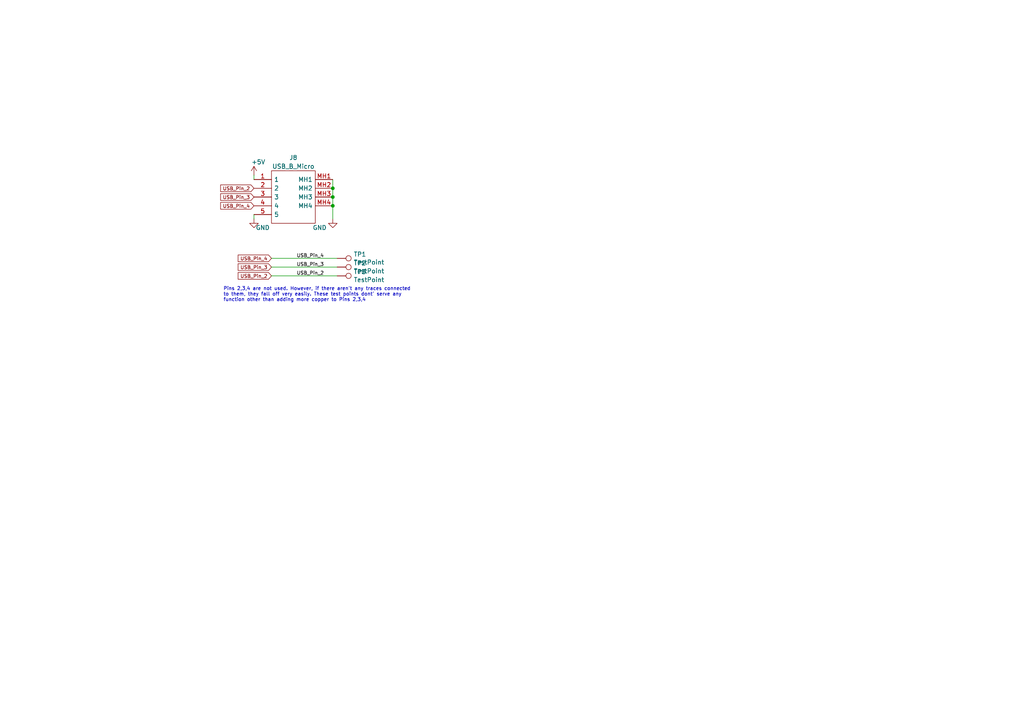
<source format=kicad_sch>
(kicad_sch (version 20230121) (generator eeschema)
  (paper "A4")
  (lib_symbols
    (symbol "Connector:TestPoint" (pin_numbers hide) (pin_names (offset 0.762) hide)
      (property "Reference" "TP" (at 0 6.858 0))
      (property "Value" "TestPoint" (at 0 5.08 0))
      (symbol "TestPoint_0_1"
        (circle (center 0 3.302) (radius 0.762))
      )
      (symbol "TestPoint_1_1"
        (pin passive line (at 0 0 90) (length 2.54) (name "1") (number "1"))
      )
    )
    (symbol "SamacSys_Parts:U254-051N-4BH806" (pin_names (offset 0.762))
      (property "Reference" "J" (at 19.05 7.62 0))
      (property "Value" "U254-051N-4BH806" (at 19.05 5.08 0))
      (symbol "U254-051N-4BH806_0_0"
        (pin passive line (at 0 0 0) (length 5.08) (name "1") (number "1"))
        (pin passive line (at 0 -2.54 0) (length 5.08) (name "2") (number "2"))
        (pin passive line (at 0 -5.08 0) (length 5.08) (name "3") (number "3"))
        (pin passive line (at 0 -7.62 0) (length 5.08) (name "4") (number "4"))
        (pin passive line (at 0 -10.16 0) (length 5.08) (name "5") (number "5"))
        (pin passive line (at 22.86 0 180) (length 5.08) (name "MH1") (number "MH1"))
        (pin passive line (at 22.86 -2.54 180) (length 5.08) (name "MH2") (number "MH2"))
        (pin passive line (at 22.86 -5.08 180) (length 5.08) (name "MH3") (number "MH3"))
        (pin passive line (at 22.86 -7.62 180) (length 5.08) (name "MH4") (number "MH4"))
      )
      (symbol "U254-051N-4BH806_0_1"
        (polyline (pts (xy 5.08 2.54) (xy 17.78 2.54) (xy 17.78 -12.7) (xy 5.08 -12.7) (xy 5.08 2.54)) (stroke (width 0.1524)))
      )
    )
    (symbol "power:+5V" (power) (pin_names (offset 0))
      (property "Value" "+5V" (at 0 3.556 0))
      (symbol "+5V_0_1"
        (polyline (pts (xy -0.762 1.27) (xy 0 2.54)))
        (polyline (pts (xy 0 0) (xy 0 2.54)))
        (polyline (pts (xy 0 2.54) (xy 0.762 1.27)))
      )
      (symbol "+5V_1_1"
        (pin power_in line (at 0 0 90) (length 0) hide (name "+5V") (number "1"))
      )
    )
    (symbol "power:GND" (power) (pin_names (offset 0))
      (property "Value" "GND" (at 0 -3.81 0))
      (symbol "GND_0_1"
        (polyline (pts (xy 0 0) (xy 0 -1.27) (xy 1.27 -1.27) (xy 0 -2.54) (xy -1.27 -1.27) (xy 0 -1.27)))
      )
      (symbol "GND_1_1"
        (pin power_in line (at 0 0 270) (length 0) hide (name "GND") (number "1"))
      )
    )
  )
  (junction (at 96.52 54.61))
  (junction (at 96.52 57.15))
  (junction (at 96.52 59.69))
  (wire (pts (xy 73.66 52.07) (xy 73.66 50.8)))
  (wire (pts (xy 73.66 62.23) (xy 73.66 63.5)))
  (wire (pts (xy 96.52 54.61) (xy 96.52 52.07)))
  (wire (pts (xy 97.79 80.01) (xy 78.74 80.01)))
  (wire (pts (xy 96.52 57.15) (xy 96.52 54.61)))
  (wire (pts (xy 97.79 74.93) (xy 78.74 74.93)))
  (wire (pts (xy 96.52 59.69) (xy 96.52 63.5)))
  (wire (pts (xy 78.74 77.47) (xy 97.79 77.47)))
  (wire (pts (xy 96.52 59.69) (xy 96.52 57.15)))
  (text "Pins 2,3,4 are not used. However, if there aren't any traces connected\nto them, they fall off very easily. These test points dont' serve any \nfunction other than adding more copper to Pins 2,3,4" (at 64.77 87.63 0) (effects (font (size 0.9906 0.9906)) (justify left bottom)))
  (label "USB_Pin_2" (at 93.98 80.01 180) (effects (font (size 0.9906 0.9906))))
  (label "USB_Pin_3" (at 93.98 77.47 180) (effects (font (size 0.9906 0.9906))))
  (label "USB_Pin_4" (at 93.98 74.93 180) (effects (font (size 0.9906 0.9906))))
  (global_label "USB_Pin_3" (shape input) (at 73.66 57.15 180) (effects (font (size 0.9906 0.9906))) (property "Intersheetrefs" "${INTERSHEET_REFS}" (effects hide)))
  (global_label "USB_Pin_3" (shape input) (at 78.74 77.47 180) (effects (font (size 0.9906 0.9906))) (property "Intersheetrefs" "${INTERSHEET_REFS}" (effects hide)))
  (global_label "USB_Pin_4" (shape input) (at 78.74 74.93 180) (effects (font (size 0.9906 0.9906))) (property "Intersheetrefs" "${INTERSHEET_REFS}" (effects hide)))
  (global_label "USB_Pin_4" (shape input) (at 73.66 59.69 180) (effects (font (size 0.9906 0.9906))) (property "Intersheetrefs" "${INTERSHEET_REFS}" (effects hide)))
  (global_label "USB_Pin_2" (shape input) (at 78.74 80.01 180) (effects (font (size 0.9906 0.9906))) (property "Intersheetrefs" "${INTERSHEET_REFS}" (effects hide)))
  (global_label "USB_Pin_2" (shape input) (at 73.66 54.61 180) (effects (font (size 0.9906 0.9906))) (property "Intersheetrefs" "${INTERSHEET_REFS}" (effects hide)))
  (symbol (lib_id "SamacSys_Parts:U254-051N-4BH806") (at 73.66 52.07 0) (unit 1)
    (property "Reference" "J8" (at 85.09 45.72 0))
    (property "Value" "USB_B_Micro" (at 85.09 48.26 0))
    (property "Footprint" "SamacSys_Parts:U254051N4BH806" (effects hide))
    (property "Datasheet" "https://datasheet.lcsc.com/szlcsc/2002271812_XKB-Connectivity-U254-051N-4BH806_C319170.pdf" (effects hide))
    (property "LCSC" "C319170" (effects hide))
    (property "Description" "USB - Micro B Female USB 2 5 SMD USB Connectors" (effects hide))
    (property "Manufacturer_Name" "XKB Connectivity" (effects hide))
    (property "Manufacturer_Part_Number" "U254-051N-4BH806" (effects hide))
  )
  (symbol (lib_id "power:GND") (at 73.66 63.5 0) (unit 1)
    (property "Reference" "#PWR051" (effects hide))
    (property "Value" "GND" (at 76.2 66.04 0))
  )
  (symbol (lib_id "power:GND") (at 96.52 63.5 0) (unit 1)
    (property "Reference" "#PWR052" (effects hide))
    (property "Value" "GND" (at 92.71 66.04 0))
  )
  (symbol (lib_id "power:+5V") (at 73.66 50.8 0) (unit 1)
    (property "Reference" "#PWR050" (effects hide))
    (property "Value" "+5V" (at 74.93 46.99 0))
  )
  (symbol (lib_id "Connector:TestPoint") (at 97.79 74.93 270) (unit 1)
    (property "Reference" "TP1" (at 102.5652 73.7616 90) (effects (justify left)))
    (property "Value" "TestPoint" (at 102.5652 76.073 90) (effects (justify left)))
    (property "Footprint" "TestPoint:TestPoint_Pad_D1.0mm" (effects hide))
    (property "Datasheet" "N/A - Test pad" (effects hide))
    (property "LCSC" "N/A" (effects hide))
    (property "Manufacturer_Name" "N/A" (effects hide))
    (property "Manufacturer_Part_Number" "N/A" (effects hide))
    (property "Description" "N/A - Test pad" (effects hide))
  )
  (symbol (lib_id "Connector:TestPoint") (at 97.79 77.47 270) (unit 1)
    (property "Reference" "TP2" (at 102.5652 76.3016 90) (effects (justify left)))
    (property "Value" "TestPoint" (at 102.5652 78.613 90) (effects (justify left)))
    (property "Footprint" "TestPoint:TestPoint_Pad_D1.0mm" (effects hide))
    (property "Datasheet" "N/A - Test pad" (effects hide))
    (property "LCSC" "N/A" (effects hide))
    (property "Manufacturer_Name" "N/A" (effects hide))
    (property "Manufacturer_Part_Number" "N/A" (effects hide))
    (property "Description" "N/A - Test pad" (effects hide))
  )
  (symbol (lib_id "Connector:TestPoint") (at 97.79 80.01 270) (unit 1)
    (property "Reference" "TP3" (at 102.5652 78.8416 90) (effects (justify left)))
    (property "Value" "TestPoint" (at 102.5652 81.153 90) (effects (justify left)))
    (property "Footprint" "TestPoint:TestPoint_Pad_D1.0mm" (effects hide))
    (property "Datasheet" "N/A - Test pad" (effects hide))
    (property "LCSC" "N/A" (effects hide))
    (property "Manufacturer_Name" "N/A" (effects hide))
    (property "Manufacturer_Part_Number" "N/A" (effects hide))
    (property "Description" "N/A - Test pad" (effects hide))
  )
)
</source>
